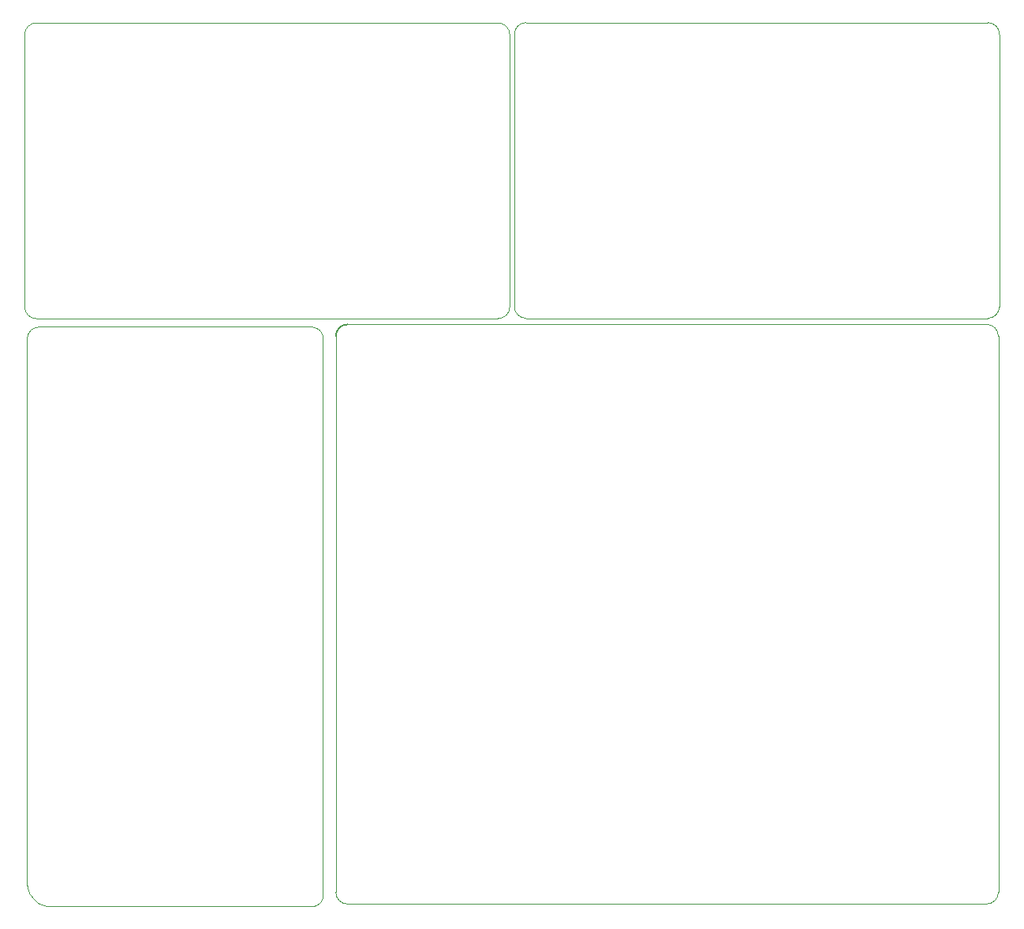
<source format=gbr>
%TF.GenerationSoftware,KiCad,Pcbnew,8.0.4*%
%TF.CreationDate,2025-05-03T00:51:18+05:30*%
%TF.ProjectId,TEST PNAL,54455354-2050-44e4-914c-2e6b69636164,rev?*%
%TF.SameCoordinates,Original*%
%TF.FileFunction,Profile,NP*%
%FSLAX46Y46*%
G04 Gerber Fmt 4.6, Leading zero omitted, Abs format (unit mm)*
G04 Created by KiCad (PCBNEW 8.0.4) date 2025-05-03 00:51:18*
%MOMM*%
%LPD*%
G01*
G04 APERTURE LIST*
%TA.AperFunction,Profile*%
%ADD10C,0.050000*%
%TD*%
%TA.AperFunction,Profile*%
%ADD11C,0.200000*%
%TD*%
%TA.AperFunction,Profile*%
%ADD12C,0.100000*%
%TD*%
G04 APERTURE END LIST*
D10*
X92715000Y-55870000D02*
G75*
G02*
X93985000Y-54600000I1269999J1D01*
G01*
X144785000Y-85080000D02*
G75*
G02*
X143515000Y-86350000I-1269999J-1D01*
G01*
X144785000Y-85080000D02*
X144785000Y-55870000D01*
X93985000Y-86350000D02*
X143515000Y-86350000D01*
X92715000Y-55870000D02*
X92715000Y-85080000D01*
X93985000Y-54600000D02*
X143515000Y-54600000D01*
X93985000Y-86350000D02*
G75*
G02*
X92715000Y-85080000I-1J1269999D01*
G01*
X143515000Y-54600000D02*
G75*
G02*
X144785000Y-55870000I1J-1269999D01*
G01*
X144665000Y-88270000D02*
X144665000Y-147960000D01*
X143395000Y-87000000D02*
G75*
G02*
X144665000Y-88270000I1J-1269999D01*
G01*
X73545000Y-147960000D02*
X73545000Y-88270000D01*
X74815000Y-149230000D02*
G75*
G02*
X73545000Y-147960000I-1J1269999D01*
G01*
X143395000Y-149230000D02*
X74815000Y-149230000D01*
D11*
X73545000Y-88270000D02*
G75*
G02*
X74815000Y-87000000I1269999J1D01*
G01*
D10*
X144665000Y-147960000D02*
G75*
G02*
X143395000Y-149230000I-1269999J-1D01*
G01*
X74815000Y-87000000D02*
X143395000Y-87000000D01*
X40156650Y-55906650D02*
G75*
G02*
X41426650Y-54636650I1269999J1D01*
G01*
X40156650Y-55906650D02*
X40156650Y-85116650D01*
X41426650Y-86386650D02*
G75*
G02*
X40156650Y-85116650I-1J1269999D01*
G01*
X41426650Y-86386650D02*
X90956650Y-86386650D01*
X41426650Y-54636650D02*
X90956650Y-54636650D01*
X90956650Y-54636650D02*
G75*
G02*
X92226650Y-55906650I1J-1269999D01*
G01*
X92226650Y-85116650D02*
X92226650Y-55906650D01*
X92226650Y-85116650D02*
G75*
G02*
X90956650Y-86386650I-1269999J-1D01*
G01*
D12*
X40573110Y-147832155D02*
X40531487Y-147710382D01*
X41611432Y-149105556D02*
X41503979Y-149034739D01*
X40496085Y-147586657D02*
X40466994Y-147461298D01*
X72085946Y-88088922D02*
X72106757Y-88149808D01*
X40517924Y-88029168D02*
X40544789Y-87970699D01*
X41068667Y-87419579D02*
X41125700Y-87389788D01*
X71150650Y-87285996D02*
X71213329Y-87300542D01*
X40870261Y-148401021D02*
X40799444Y-148293568D01*
X70959325Y-87261630D02*
X71023484Y-87266515D01*
X71275192Y-149431756D02*
X71213329Y-149449457D01*
X40907626Y-87525714D02*
X40959490Y-87487630D01*
X71566785Y-149297778D02*
X71511334Y-149330420D01*
X40734160Y-148182666D02*
X40674577Y-148068601D01*
X72062077Y-148720831D02*
X72035212Y-148779300D01*
X72124458Y-148538328D02*
X72106757Y-148600191D01*
X41304809Y-87318243D02*
X41366672Y-87300542D01*
X72150355Y-88337686D02*
X72158485Y-88401516D01*
X71336078Y-87339054D02*
X71395832Y-87362923D01*
X40440997Y-88274350D02*
X40455543Y-88211671D01*
X40531487Y-147710382D02*
X40496085Y-147586657D01*
X72165000Y-148220000D02*
X72163370Y-148284324D01*
X40721378Y-87702756D02*
X40764514Y-87655012D01*
X41243923Y-87339054D02*
X41304809Y-87318243D01*
X40810013Y-87609513D02*
X40857757Y-87566377D01*
X72124458Y-88211671D02*
X72139004Y-88274350D01*
X72106757Y-88149808D02*
X72124458Y-88211671D01*
X71213329Y-87300542D02*
X71275192Y-87318243D01*
X72062077Y-88029168D02*
X72085946Y-88088922D01*
X41300514Y-148877245D02*
X41205025Y-148790973D01*
X42443702Y-149438006D02*
X42318343Y-149408915D01*
X42826352Y-149486739D02*
X42698033Y-149476968D01*
X40680715Y-87752625D02*
X40721378Y-87702756D01*
X71858623Y-87702756D02*
X71899286Y-87752625D01*
X42072845Y-149331890D02*
X41953337Y-149284152D01*
X70895000Y-149490000D02*
X42955000Y-149490000D01*
X72005421Y-87913666D02*
X72035212Y-87970699D01*
X41125700Y-87389788D02*
X41184169Y-87362923D01*
X40674577Y-148068601D02*
X40620848Y-147951663D01*
X42318343Y-149408915D02*
X42194618Y-149373513D01*
X40799444Y-148293568D02*
X40734160Y-148182666D01*
X71395832Y-87362923D02*
X71454301Y-87389788D01*
X41027755Y-148604486D02*
X40946430Y-148504749D01*
X41114027Y-148699975D02*
X41027755Y-148604486D01*
X71087314Y-87274645D02*
X71150650Y-87285996D01*
X70895000Y-87260000D02*
X70959325Y-87261630D01*
X71815487Y-87655012D02*
X71858623Y-87702756D01*
X41492687Y-87274645D02*
X41556517Y-87266515D01*
X41013216Y-87452221D02*
X41068667Y-87419579D01*
X40428032Y-147206967D02*
X40418261Y-147078648D01*
X71454301Y-87389788D02*
X71511334Y-87419579D01*
X71972779Y-87858215D02*
X72005421Y-87913666D01*
X42194618Y-149373513D02*
X42072845Y-149331890D01*
X71150650Y-149464003D02*
X71087314Y-149475354D01*
X71454301Y-149360211D02*
X71395832Y-149387076D01*
X42698033Y-149476968D02*
X42570374Y-149460709D01*
X71511334Y-149330420D02*
X71454301Y-149360211D01*
X42570374Y-149460709D02*
X42443702Y-149438006D01*
X72158485Y-88401516D02*
X72163370Y-88465675D01*
X40416631Y-88465675D02*
X40421516Y-88401516D01*
X71937370Y-148945510D02*
X71899286Y-148997374D01*
X72139004Y-148475649D02*
X72124458Y-148538328D01*
X71769988Y-87609513D02*
X71815487Y-87655012D01*
X71722244Y-87566377D02*
X71769988Y-87609513D01*
X41722334Y-149170840D02*
X41611432Y-149105556D01*
X41429351Y-87285996D02*
X41492687Y-87274645D01*
X71023484Y-149483484D02*
X70959325Y-149488369D01*
X40415000Y-146950000D02*
X40415000Y-88530000D01*
X41685000Y-87260000D02*
X70895000Y-87260000D01*
X71023484Y-87266515D02*
X71087314Y-87274645D01*
X71769988Y-149140486D02*
X71722244Y-149183622D01*
X41503979Y-149034739D02*
X41400251Y-148958570D01*
X71899286Y-87752625D02*
X71937370Y-87804489D01*
X40574580Y-87913666D02*
X40607222Y-87858215D01*
X71336078Y-149410945D02*
X71275192Y-149431756D01*
X41184169Y-87362923D02*
X41243923Y-87339054D01*
X72150355Y-148412313D02*
X72139004Y-148475649D01*
X72106757Y-148600191D02*
X72085946Y-148661077D01*
X40415000Y-88530000D02*
X40416631Y-88465675D01*
X72085946Y-148661077D02*
X72062077Y-148720831D01*
X71395832Y-149387076D02*
X71336078Y-149410945D01*
X71722244Y-149183622D02*
X71672375Y-149224285D01*
X42955000Y-149490000D02*
X42826352Y-149486739D01*
X41836399Y-149230423D02*
X41722334Y-149170840D01*
X40857757Y-87566377D02*
X40907626Y-87525714D01*
X72158485Y-148348483D02*
X72150355Y-148412313D01*
X72139004Y-88274350D02*
X72150355Y-88337686D01*
X71937370Y-87804489D02*
X71972779Y-87858215D01*
X72035212Y-87970699D02*
X72062077Y-88029168D01*
X71620511Y-149262369D02*
X71566785Y-149297778D01*
X40418261Y-147078648D02*
X40415000Y-146950000D01*
X40444291Y-147334626D02*
X40428032Y-147206967D01*
X40946430Y-148504749D02*
X40870261Y-148401021D01*
X72163370Y-88465675D02*
X72165000Y-88530000D01*
X72165000Y-88530000D02*
X72165000Y-148220000D01*
X71672375Y-149224285D02*
X71620511Y-149262369D01*
X71972779Y-148891784D02*
X71937370Y-148945510D01*
X40764514Y-87655012D02*
X40810013Y-87609513D01*
X41556517Y-87266515D02*
X41620676Y-87261630D01*
X40455543Y-88211671D02*
X40473244Y-88149808D01*
X72035212Y-148779300D02*
X72005421Y-148836333D01*
X71858623Y-149047243D02*
X71815487Y-149094987D01*
X40959490Y-87487630D02*
X41013216Y-87452221D01*
X71087314Y-149475354D02*
X71023484Y-149483484D01*
X40421516Y-88401516D02*
X40429646Y-88337686D01*
X72163370Y-148284324D02*
X72158485Y-148348483D01*
X72005421Y-148836333D02*
X71972779Y-148891784D01*
X40466994Y-147461298D02*
X40444291Y-147334626D01*
X71899286Y-148997374D02*
X71858623Y-149047243D01*
X41400251Y-148958570D02*
X41300514Y-148877245D01*
X71213329Y-149449457D02*
X71150650Y-149464003D01*
X71672375Y-87525714D02*
X71722244Y-87566377D01*
X41953337Y-149284152D02*
X41836399Y-149230423D01*
X40642631Y-87804489D02*
X40680715Y-87752625D01*
X40429646Y-88337686D02*
X40440997Y-88274350D01*
X41620676Y-87261630D02*
X41685000Y-87260000D01*
X71511334Y-87419579D02*
X71566785Y-87452221D01*
X40620848Y-147951663D02*
X40573110Y-147832155D01*
X71275192Y-87318243D02*
X71336078Y-87339054D01*
X70959325Y-149488369D02*
X70895000Y-149490000D01*
X40544789Y-87970699D02*
X40574580Y-87913666D01*
X71815487Y-149094987D02*
X71769988Y-149140486D01*
X71566785Y-87452221D02*
X71620511Y-87487630D01*
X41366672Y-87300542D02*
X41429351Y-87285996D01*
X40473244Y-88149808D02*
X40494055Y-88088922D01*
X40607222Y-87858215D02*
X40642631Y-87804489D01*
X41205025Y-148790973D02*
X41114027Y-148699975D01*
X71620511Y-87487630D02*
X71672375Y-87525714D01*
X40494055Y-88088922D02*
X40517924Y-88029168D01*
M02*

</source>
